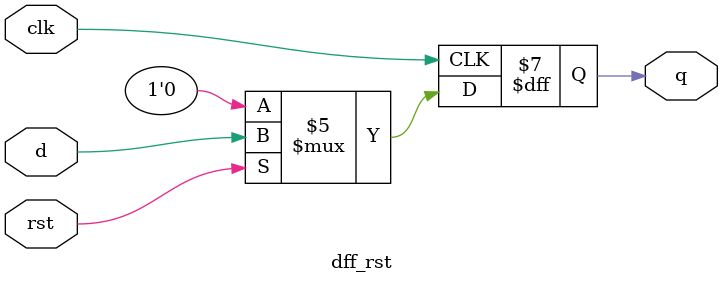
<source format=sv>
module dff_rst (
	output logic q,  
	input logic d, 
	input logic clk,
	input logic rst
);

always_ff @(posedge clk) begin
	if (!rst == 1'b1) begin
		q <= 1'b0;
	end
	else begin
		q <= d;
	end
end

endmodule
</source>
